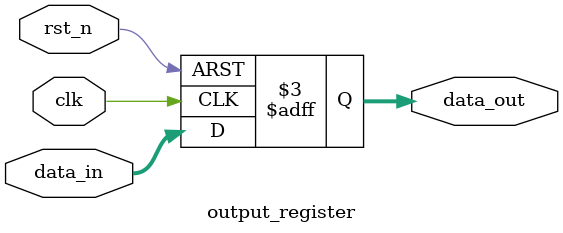
<source format=sv>
module sync_decoder(
    input wire clk,
    input wire rst_n,
    input wire [2:0] address,
    output wire [7:0] decode_out
);
    // 内部连线
    wire [7:0] decoded_value;
    
    // 实例化地址解码子模块
    address_decoder addr_dec_inst (
        .address(address),
        .decoded_value(decoded_value)
    );
    
    // 实例化输出寄存器子模块
    output_register out_reg_inst (
        .clk(clk),
        .rst_n(rst_n),
        .data_in(decoded_value),
        .data_out(decode_out)
    );
    
endmodule

//SystemVerilog - IEEE 1364-2005
module address_decoder (
    input wire [2:0] address,
    output wire [7:0] decoded_value
);
    // 纯组合逻辑解码，不需要时钟和复位
    assign decoded_value = (8'b1 << address);
    
endmodule

//SystemVerilog - IEEE 1364-2005
module output_register (
    input wire clk,
    input wire rst_n,
    input wire [7:0] data_in,
    output reg [7:0] data_out
);
    // 专注于寄存功能，提高了可重用性
    always @(posedge clk or negedge rst_n) begin
        if (!rst_n)
            data_out <= 8'b0;
        else
            data_out <= data_in;
    end
    
endmodule
</source>
